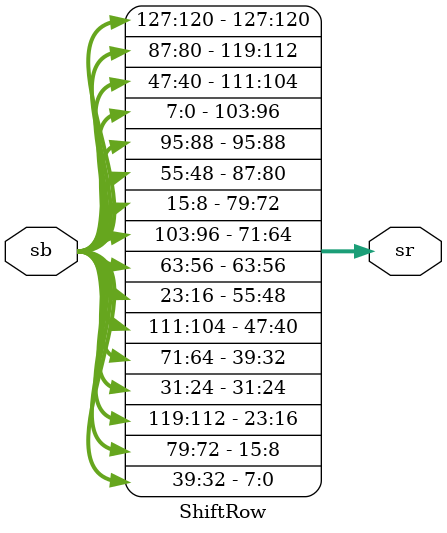
<source format=v>
`timescale 1ns / 1ps

module ShiftRow(sb,sr);

input [127:0] sb;
output [127:0] sr;

assign         sr[127:120] = sb[127:120];  
assign         sr[119:112] = sb[87:80];
assign         sr[111:104] = sb[47:40];
assign         sr[103:96] = sb[7:0];
   
assign          sr[95:88] = sb[95:88];
assign          sr[87:80] = sb[55:48];
assign          sr[79:72] = sb[15:8];
assign          sr[71:64] = sb[103:96];
   
assign          sr[63:56] = sb[63:56];
assign          sr[55:48] = sb[23:16];
assign          sr[47:40] = sb[111:104];
assign          sr[39:32] = sb[71:64];
   
assign          sr[31:24] = sb[31:24];
assign          sr[23:16] = sb[119:112];
assign          sr[15:8] = sb[79:72];
assign          sr[7:0] = sb[39:32]; 


endmodule

</source>
